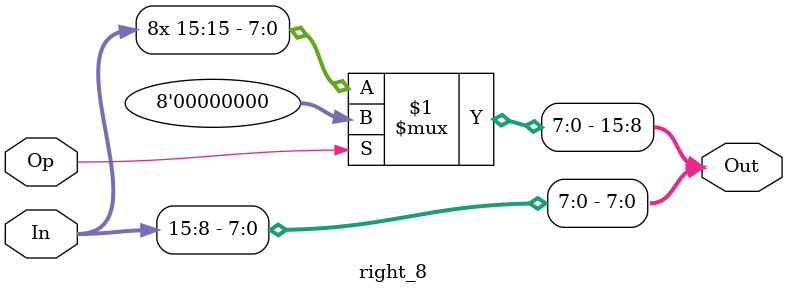
<source format=v>
/*
    shift right 8 bit
*/
module right_8 (In, Op, Out);
    parameter   N = 16;
    
    input [N-1:0]  In;
    input Op;
    output [N-1:0] Out;
    
    assign Out[15:8] = Op ? 8'b0 : {8{In[15]}};
    assign Out[7:0] = In[15:8];
endmodule
</source>
